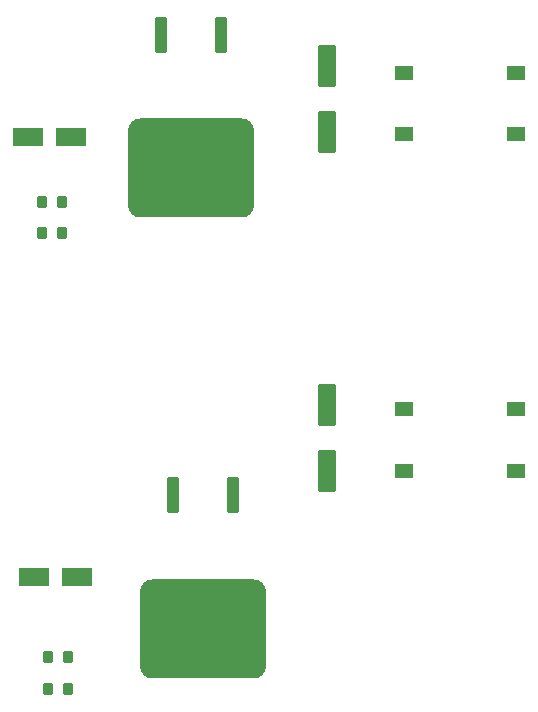
<source format=gtp>
%FSLAX23Y23*%
%MOMM*%
%SFA1B1*%

%IPPOS*%
%AMD10*
4,1,8,-0.508000,1.397000,-0.508000,-1.397000,-0.381000,-1.524000,0.381000,-1.524000,0.508000,-1.397000,0.508000,1.397000,0.381000,1.524000,-0.381000,1.524000,-0.508000,1.397000,0.0*
1,1,0.254000,-0.381000,1.397000*
1,1,0.254000,-0.381000,-1.397000*
1,1,0.254000,0.381000,-1.397000*
1,1,0.254000,0.381000,1.397000*
%
%AMD11*
4,1,8,-5.334000,3.141980,-5.334000,-3.141980,-4.284980,-4.191000,4.284980,-4.191000,5.334000,-3.141980,5.334000,3.141980,4.284980,4.191000,-4.284980,4.191000,-5.334000,3.141980,0.0*
1,1,2.096000,-4.284980,3.141980*
1,1,2.096000,-4.284980,-3.141980*
1,1,2.096000,4.284980,-3.141980*
1,1,2.096000,4.284980,3.141980*
%
%AMD12*
4,1,8,0.449580,-0.386080,0.449580,0.386080,0.337820,0.500380,-0.337820,0.500380,-0.449580,0.386080,-0.449580,-0.386080,-0.337820,-0.500380,0.337820,-0.500380,0.449580,-0.386080,0.0*
1,1,0.226000,0.337820,-0.386080*
1,1,0.226000,0.337820,0.386080*
1,1,0.226000,-0.337820,0.386080*
1,1,0.226000,-0.337820,-0.386080*
%
%AMD14*
4,1,8,-0.800100,1.549400,-0.800100,-1.549400,-0.599440,-1.750060,0.599440,-1.750060,0.800100,-1.549400,0.800100,1.549400,0.599440,1.750060,-0.599440,1.750060,-0.800100,1.549400,0.0*
1,1,0.400000,-0.599440,1.549400*
1,1,0.400000,-0.599440,-1.549400*
1,1,0.400000,0.599440,-1.549400*
1,1,0.400000,0.599440,1.549400*
%
G04~CAMADD=10~8~0.0~0.0~1200.0~400.0~50.0~0.0~15~0.0~0.0~0.0~0.0~0~0.0~0.0~0.0~0.0~0~0.0~0.0~0.0~90.0~400.0~1200.0*
%ADD10D10*%
G04~CAMADD=11~8~0.0~0.0~3300.0~4200.0~412.6~0.0~15~0.0~0.0~0.0~0.0~0~0.0~0.0~0.0~0.0~0~0.0~0.0~0.0~90.0~4200.0~3300.0*
%ADD11D11*%
G04~CAMADD=12~8~0.0~0.0~393.7~354.3~44.5~0.0~15~0.0~0.0~0.0~0.0~0~0.0~0.0~0.0~0.0~0~0.0~0.0~0.0~270.0~354.0~394.0*
%ADD12D12*%
%ADD13R,1.519997X1.199998*%
G04~CAMADD=14~8~0.0~0.0~1378.0~629.9~78.7~0.0~15~0.0~0.0~0.0~0.0~0~0.0~0.0~0.0~0.0~0~0.0~0.0~0.0~90.0~630.0~1378.0*
%ADD14D14*%
%ADD15R,2.599995X1.599997*%
%LNdigitalpsu-1*%
%LPD*%
G54D10*
X23539Y48151D03*
X18459D03*
X22539Y87150D03*
X17459D03*
G54D11*
X20999Y36847D03*
X19999Y75848D03*
G54D12*
X9099Y70349D03*
X7399D03*
X9099Y72999D03*
X7399D03*
X9599Y31749D03*
X7899D03*
X9599Y34499D03*
X7899D03*
G54D13*
X47499Y55449D03*
X37999D03*
X47499Y50249D03*
X37999D03*
Y78749D03*
X47499D03*
X37999Y83949D03*
X47499D03*
G54D14*
X31499Y55799D03*
Y50199D03*
Y84549D03*
Y78949D03*
G54D15*
X9799Y78499D03*
X6199D03*
X10299Y41249D03*
X6699D03*
M02*
</source>
